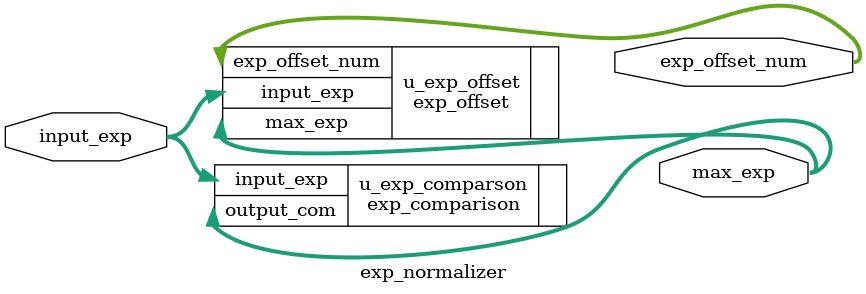
<source format=v>
module exp_normalizer #(
  parameter expWidth = 3
) (
  input  [(expWidth*4-1):0] input_exp,
  output [(expWidth - 1):0] max_exp,
  output [(expWidth*4-1):0] exp_offset_num
);
  exp_comparison #(
    .expWidth(expWidth)
  ) u_exp_comparson (
    .input_exp (input_exp),
    .output_com(max_exp)
  );
  exp_offset #(
    .expWidth(expWidth)
  ) u_exp_offset (
    .input_exp     (input_exp),
    .max_exp       (max_exp),
    .exp_offset_num(exp_offset_num)
  );
endmodule

</source>
